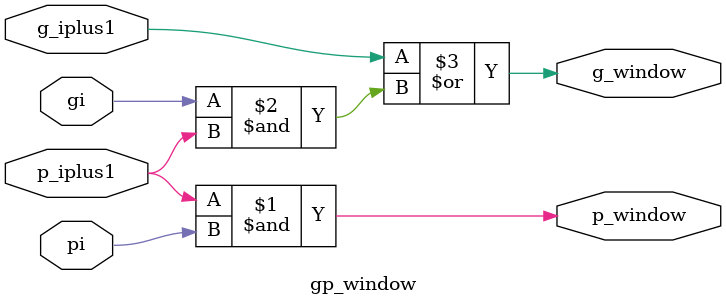
<source format=v>
`timescale 1ns / 1ps


module gp_window(input g_iplus1, input gi, input p_iplus1, input pi,
output g_window, output p_window
    );
    assign p_window = p_iplus1 & pi;
    assign g_window = g_iplus1 | (gi & p_iplus1); 
endmodule

</source>
